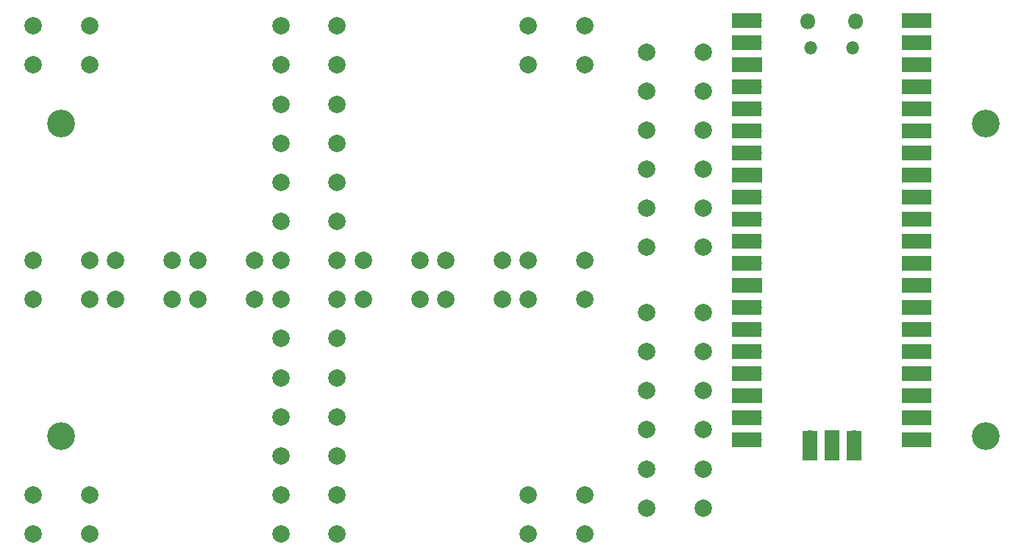
<source format=gbr>
%TF.GenerationSoftware,KiCad,Pcbnew,(6.0.4)*%
%TF.CreationDate,2022-05-22T21:51:39-03:00*%
%TF.ProjectId,G-Code_Keeb_tact,472d436f-6465-45f4-9b65-65625f746163,1*%
%TF.SameCoordinates,Original*%
%TF.FileFunction,Soldermask,Bot*%
%TF.FilePolarity,Negative*%
%FSLAX46Y46*%
G04 Gerber Fmt 4.6, Leading zero omitted, Abs format (unit mm)*
G04 Created by KiCad (PCBNEW (6.0.4)) date 2022-05-22 21:51:39*
%MOMM*%
%LPD*%
G01*
G04 APERTURE LIST*
%ADD10C,2.000000*%
%ADD11C,3.200000*%
%ADD12O,1.800000X1.800000*%
%ADD13O,1.500000X1.500000*%
%ADD14R,3.500000X1.700000*%
%ADD15O,1.700000X1.700000*%
%ADD16R,1.700000X1.700000*%
%ADD17R,1.700000X3.500000*%
G04 APERTURE END LIST*
D10*
%TO.C,SW21*%
X155000000Y-118000000D03*
X148500000Y-118000000D03*
X155000000Y-122500000D03*
X148500000Y-122500000D03*
%TD*%
%TO.C,SW20*%
X98000000Y-64000000D03*
X91500000Y-64000000D03*
X91500000Y-68500000D03*
X98000000Y-68500000D03*
%TD*%
%TO.C,SW22*%
X126500000Y-91000000D03*
X120000000Y-91000000D03*
X120000000Y-95500000D03*
X126500000Y-95500000D03*
%TD*%
D11*
%TO.C,H2*%
X201150000Y-75250000D03*
%TD*%
D10*
%TO.C,SW4*%
X117000000Y-91000000D03*
X110500000Y-91000000D03*
X110500000Y-95500000D03*
X117000000Y-95500000D03*
%TD*%
%TO.C,SW12*%
X126500000Y-118000000D03*
X120000000Y-118000000D03*
X126500000Y-122500000D03*
X120000000Y-122500000D03*
%TD*%
%TO.C,SW16*%
X168610000Y-97000000D03*
X162110000Y-97000000D03*
X168610000Y-101500000D03*
X162110000Y-101500000D03*
%TD*%
%TO.C,SW19*%
X98000000Y-118000000D03*
X91500000Y-118000000D03*
X98000000Y-122500000D03*
X91500000Y-122500000D03*
%TD*%
%TO.C,SW1*%
X148500000Y-91000000D03*
X155000000Y-91000000D03*
X155000000Y-95500000D03*
X148500000Y-95500000D03*
%TD*%
%TO.C,SW23*%
X155000000Y-68500000D03*
X148500000Y-68500000D03*
X148500000Y-64000000D03*
X155000000Y-64000000D03*
%TD*%
%TO.C,SW10*%
X120000000Y-100000000D03*
X126500000Y-100000000D03*
X126500000Y-104500000D03*
X120000000Y-104500000D03*
%TD*%
%TO.C,SW7*%
X120000000Y-64000000D03*
X126500000Y-64000000D03*
X120000000Y-68500000D03*
X126500000Y-68500000D03*
%TD*%
D11*
%TO.C,H4*%
X94750000Y-75250000D03*
%TD*%
D10*
%TO.C,SW8*%
X120000000Y-73000000D03*
X126500000Y-73000000D03*
X120000000Y-77500000D03*
X126500000Y-77500000D03*
%TD*%
D11*
%TO.C,H1*%
X201150000Y-111250000D03*
%TD*%
D10*
%TO.C,SW2*%
X139000000Y-91000000D03*
X145500000Y-91000000D03*
X145500000Y-95500000D03*
X139000000Y-95500000D03*
%TD*%
%TO.C,SW3*%
X136000000Y-91000000D03*
X129500000Y-91000000D03*
X129500000Y-95500000D03*
X136000000Y-95500000D03*
%TD*%
%TO.C,SW18*%
X168610000Y-115000000D03*
X162110000Y-115000000D03*
X162110000Y-119500000D03*
X168610000Y-119500000D03*
%TD*%
%TO.C,SW9*%
X126500000Y-82000000D03*
X120000000Y-82000000D03*
X126500000Y-86500000D03*
X120000000Y-86500000D03*
%TD*%
%TO.C,SW5*%
X107500000Y-91000000D03*
X101000000Y-91000000D03*
X101000000Y-95500000D03*
X107500000Y-95500000D03*
%TD*%
%TO.C,SW11*%
X126500000Y-109000000D03*
X120000000Y-109000000D03*
X120000000Y-113500000D03*
X126500000Y-113500000D03*
%TD*%
%TO.C,SW13*%
X168610000Y-67000000D03*
X162110000Y-67000000D03*
X162110000Y-71500000D03*
X168610000Y-71500000D03*
%TD*%
%TO.C,SW6*%
X91500000Y-91000000D03*
X98000000Y-91000000D03*
X91500000Y-95500000D03*
X98000000Y-95500000D03*
%TD*%
D11*
%TO.C,H3*%
X94750000Y-111250000D03*
%TD*%
D10*
%TO.C,SW17*%
X162110000Y-106000000D03*
X168610000Y-106000000D03*
X162110000Y-110500000D03*
X168610000Y-110500000D03*
%TD*%
%TO.C,SW15*%
X162110000Y-85000000D03*
X168610000Y-85000000D03*
X162110000Y-89500000D03*
X168610000Y-89500000D03*
%TD*%
%TO.C,SW14*%
X168610000Y-76000000D03*
X162110000Y-76000000D03*
X162110000Y-80500000D03*
X168610000Y-80500000D03*
%TD*%
D12*
%TO.C,U1*%
X186140000Y-63510000D03*
X180690000Y-63510000D03*
D13*
X185840000Y-66540000D03*
X180990000Y-66540000D03*
D14*
X193205000Y-63380000D03*
D15*
X192305000Y-63380000D03*
D14*
X193205000Y-65920000D03*
D15*
X192305000Y-65920000D03*
D16*
X192305000Y-68460000D03*
D14*
X193205000Y-68460000D03*
D15*
X192305000Y-71000000D03*
D14*
X193205000Y-71000000D03*
D15*
X192305000Y-73540000D03*
D14*
X193205000Y-73540000D03*
D15*
X192305000Y-76080000D03*
D14*
X193205000Y-76080000D03*
X193205000Y-78620000D03*
D15*
X192305000Y-78620000D03*
D14*
X193205000Y-81160000D03*
D16*
X192305000Y-81160000D03*
D14*
X193205000Y-83700000D03*
D15*
X192305000Y-83700000D03*
X192305000Y-86240000D03*
D14*
X193205000Y-86240000D03*
D15*
X192305000Y-88780000D03*
D14*
X193205000Y-88780000D03*
X193205000Y-91320000D03*
D15*
X192305000Y-91320000D03*
D14*
X193205000Y-93860000D03*
D16*
X192305000Y-93860000D03*
D15*
X192305000Y-96400000D03*
D14*
X193205000Y-96400000D03*
D15*
X192305000Y-98940000D03*
D14*
X193205000Y-98940000D03*
X193205000Y-101480000D03*
D15*
X192305000Y-101480000D03*
X192305000Y-104020000D03*
D14*
X193205000Y-104020000D03*
D16*
X192305000Y-106560000D03*
D14*
X193205000Y-106560000D03*
X193205000Y-109100000D03*
D15*
X192305000Y-109100000D03*
D14*
X193205000Y-111640000D03*
D15*
X192305000Y-111640000D03*
D14*
X173625000Y-111640000D03*
D15*
X174525000Y-111640000D03*
X174525000Y-109100000D03*
D14*
X173625000Y-109100000D03*
D16*
X174525000Y-106560000D03*
D14*
X173625000Y-106560000D03*
X173625000Y-104020000D03*
D15*
X174525000Y-104020000D03*
D14*
X173625000Y-101480000D03*
D15*
X174525000Y-101480000D03*
D14*
X173625000Y-98940000D03*
D15*
X174525000Y-98940000D03*
X174525000Y-96400000D03*
D14*
X173625000Y-96400000D03*
D16*
X174525000Y-93860000D03*
D14*
X173625000Y-93860000D03*
X173625000Y-91320000D03*
D15*
X174525000Y-91320000D03*
D14*
X173625000Y-88780000D03*
D15*
X174525000Y-88780000D03*
D14*
X173625000Y-86240000D03*
D15*
X174525000Y-86240000D03*
X174525000Y-83700000D03*
D14*
X173625000Y-83700000D03*
D16*
X174525000Y-81160000D03*
D14*
X173625000Y-81160000D03*
X173625000Y-78620000D03*
D15*
X174525000Y-78620000D03*
X174525000Y-76080000D03*
D14*
X173625000Y-76080000D03*
D15*
X174525000Y-73540000D03*
D14*
X173625000Y-73540000D03*
D15*
X174525000Y-71000000D03*
D14*
X173625000Y-71000000D03*
D16*
X174525000Y-68460000D03*
D14*
X173625000Y-68460000D03*
D15*
X174525000Y-65920000D03*
D14*
X173625000Y-65920000D03*
D15*
X174525000Y-63380000D03*
D14*
X173625000Y-63380000D03*
D15*
X185955000Y-111410000D03*
D17*
X185955000Y-112310000D03*
X183415000Y-112310000D03*
D16*
X183415000Y-111410000D03*
D15*
X180875000Y-111410000D03*
D17*
X180875000Y-112310000D03*
%TD*%
M02*

</source>
